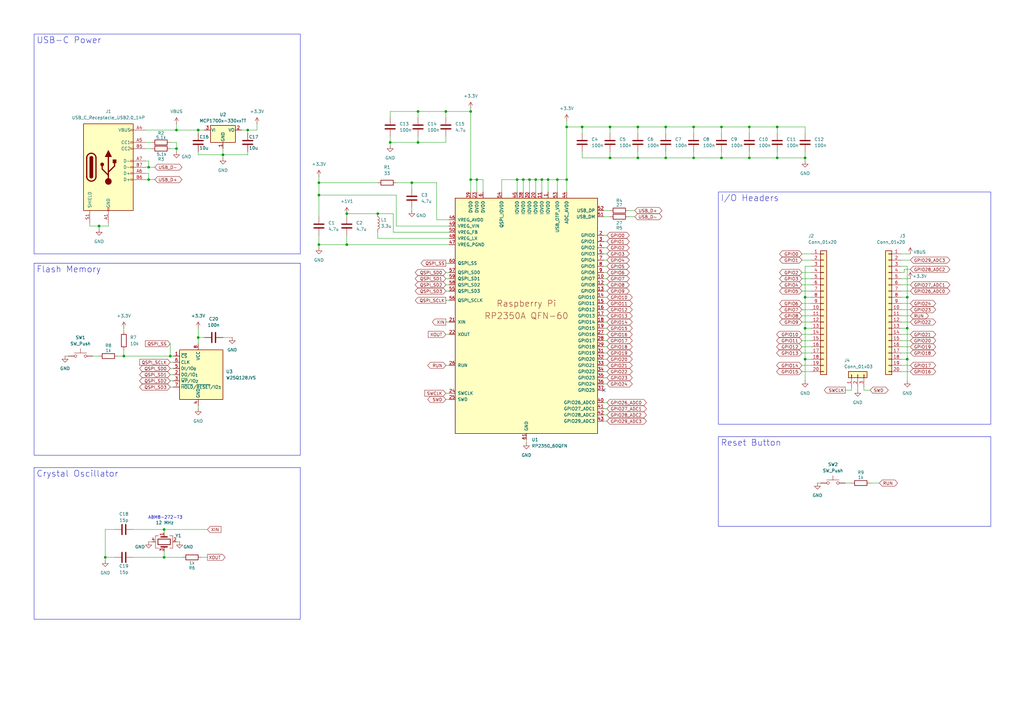
<source format=kicad_sch>
(kicad_sch (version 20250114) (generator "eeschema") (generator_version "9.0")
  (paper "A3")
  (title_block (title "RP2350 Devboard") (date "2025-10-04"))
  (text "ABM8-272-T3" (at 67.818 212.344 0) (effects (font (size 1.27 1.27))))
  (text_box "Flash Memory" (at 13.97 107.95 0) (size 109.22 78.74) (margins 0.9525 0.9525 0.9525 0.9525) (effects (font (size 2.54 2.54)) (justify left top)))
  (text_box "Reset Button" (at 294.64 179.07 0) (size 111.76 36.83) (margins 0.9525 0.9525 0.9525 0.9525) (effects (font (size 2.54 2.54)) (justify left top)))
  (text_box "I/O Headers" (at 294.64 78.74 0) (size 111.76 95.25) (margins 0.9525 0.9525 0.9525 0.9525) (effects (font (size 2.54 2.54)) (justify left top)))
  (text_box "USB-C Power" (at 13.97 13.97 0) (size 109.22 90.17) (margins 0.9525 0.9525 0.9525 0.9525) (effects (font (size 2.54 2.54)) (justify left top)))
  (text_box "Crystal Oscillator" (at 13.97 191.77 0) (size 109.22 62.23) (margins 0.9525 0.9525 0.9525 0.9525) (effects (font (size 2.54 2.54)) (justify left top)))
  (junction (at 72.39 53.34))
  (junction (at 330.2 64.77))
  (junction (at 238.76 52.07))
  (junction (at 372.11 121.92))
  (junction (at 160.02 58.42))
  (junction (at 60.96 68.58))
  (junction (at 284.48 52.07))
  (junction (at 193.04 73.66))
  (junction (at 91.44 63.5))
  (junction (at 142.24 87.63))
  (junction (at 318.77 52.07))
  (junction (at 261.62 64.77))
  (junction (at 232.41 73.66))
  (junction (at 67.31 217.17))
  (junction (at 284.48 64.77))
  (junction (at 171.45 45.72))
  (junction (at 130.81 74.93))
  (junction (at 330.2 121.92))
  (junction (at 372.11 147.32))
  (junction (at 214.63 73.66))
  (junction (at 219.71 73.66))
  (junction (at 232.41 52.07))
  (junction (at 50.8 146.05))
  (junction (at 182.88 45.72))
  (junction (at 330.2 147.32))
  (junction (at 250.19 64.77))
  (junction (at 228.6 73.66))
  (junction (at 130.81 100.33))
  (junction (at 171.45 58.42))
  (junction (at 307.34 64.77))
  (junction (at 307.34 52.07))
  (junction (at 43.18 228.6))
  (junction (at 142.24 100.33))
  (junction (at 72.39 60.96))
  (junction (at 81.28 53.34))
  (junction (at 60.96 73.66))
  (junction (at 67.31 228.6))
  (junction (at 40.64 92.71))
  (junction (at 224.79 73.66))
  (junction (at 295.91 52.07))
  (junction (at 101.6 53.34))
  (junction (at 81.28 138.43))
  (junction (at 261.62 52.07))
  (junction (at 212.09 73.66))
  (junction (at 330.2 134.62))
  (junction (at 130.81 80.01))
  (junction (at 372.11 134.62))
  (junction (at 69.85 146.05))
  (junction (at 250.19 52.07))
  (junction (at 295.91 64.77))
  (junction (at 154.94 87.63))
  (junction (at 273.05 52.07))
  (junction (at 195.58 73.66))
  (junction (at 217.17 73.66))
  (junction (at 222.25 73.66))
  (junction (at 318.77 64.77))
  (junction (at 168.91 74.93))
  (junction (at 273.05 64.77))
  (junction (at 193.04 45.72))
  (no_connect (at 247.65 160.02))
  (wire (pts (xy 318.77 52.07) (xy 330.2 52.07)))
  (wire (pts (xy 184.15 90.17) (xy 179.07 90.17)))
  (wire (pts (xy 261.62 62.23) (xy 261.62 64.77)))
  (wire (pts (xy 238.76 64.77) (xy 238.76 62.23)))
  (wire (pts (xy 354.33 158.75) (xy 354.33 160.02)))
  (wire (pts (xy 81.28 62.23) (xy 81.28 63.5)))
  (wire (pts (xy 46.99 217.17) (xy 43.18 217.17)))
  (wire (pts (xy 373.38 116.84) (xy 369.57 116.84)))
  (wire (pts (xy 142.24 100.33) (xy 130.81 100.33)))
  (wire (pts (xy 346.71 198.12) (xy 349.25 198.12)))
  (wire (pts (xy 212.09 73.66) (xy 212.09 78.74)))
  (wire (pts (xy 250.19 52.07) (xy 250.19 54.61)))
  (wire (pts (xy 161.29 87.63) (xy 161.29 95.25)))
  (wire (pts (xy 91.44 63.5) (xy 91.44 64.77)))
  (wire (pts (xy 250.19 52.07) (xy 261.62 52.07)))
  (wire (pts (xy 101.6 53.34) (xy 101.6 54.61)))
  (wire (pts (xy 228.6 73.66) (xy 232.41 73.66)))
  (wire (pts (xy 193.04 45.72) (xy 182.88 45.72)))
  (wire (pts (xy 36.83 92.71) (xy 40.64 92.71)))
  (wire (pts (xy 130.81 100.33) (xy 130.81 96.52)))
  (wire (pts (xy 261.62 52.07) (xy 273.05 52.07)))
  (wire (pts (xy 248.92 147.32) (xy 247.65 147.32)))
  (wire (pts (xy 232.41 73.66) (xy 232.41 52.07)))
  (wire (pts (xy 142.24 100.33) (xy 184.15 100.33)))
  (wire (pts (xy 43.18 217.17) (xy 43.18 228.6)))
  (wire (pts (xy 330.2 147.32) (xy 330.2 134.62)))
  (wire (pts (xy 161.29 95.25) (xy 184.15 95.25)))
  (wire (pts (xy 38.1 146.05) (xy 40.64 146.05)))
  (wire (pts (xy 168.91 74.93) (xy 168.91 77.47)))
  (wire (pts (xy 328.93 149.86) (xy 332.74 149.86)))
  (wire (pts (xy 59.69 58.42) (xy 62.23 58.42)))
  (wire (pts (xy 349.25 160.02) (xy 346.71 160.02)))
  (wire (pts (xy 101.6 63.5) (xy 101.6 62.23)))
  (wire (pts (xy 370.84 110.49) (xy 373.38 110.49)))
  (wire (pts (xy 171.45 55.88) (xy 171.45 58.42)))
  (wire (pts (xy 130.81 80.01) (xy 130.81 88.9)))
  (wire (pts (xy 318.77 64.77) (xy 307.34 64.77)))
  (wire (pts (xy 373.38 139.7) (xy 369.57 139.7)))
  (wire (pts (xy 60.96 71.12) (xy 60.96 73.66)))
  (wire (pts (xy 99.06 53.34) (xy 101.6 53.34)))
  (wire (pts (xy 219.71 73.66) (xy 219.71 78.74)))
  (wire (pts (xy 69.85 156.21) (xy 71.12 156.21)))
  (wire (pts (xy 328.93 139.7) (xy 332.74 139.7)))
  (wire (pts (xy 273.05 52.07) (xy 284.48 52.07)))
  (wire (pts (xy 295.91 52.07) (xy 295.91 54.61)))
  (wire (pts (xy 171.45 45.72) (xy 182.88 45.72)))
  (wire (pts (xy 193.04 73.66) (xy 193.04 45.72)))
  (wire (pts (xy 130.81 101.6) (xy 130.81 100.33)))
  (wire (pts (xy 182.88 123.19) (xy 184.15 123.19)))
  (wire (pts (xy 328.93 106.68) (xy 332.74 106.68)))
  (wire (pts (xy 372.11 109.22) (xy 369.57 109.22)))
  (wire (pts (xy 130.81 74.93) (xy 154.94 74.93)))
  (wire (pts (xy 81.28 63.5) (xy 91.44 63.5)))
  (wire (pts (xy 81.28 53.34) (xy 83.82 53.34)))
  (wire (pts (xy 50.8 146.05) (xy 50.8 143.51)))
  (wire (pts (xy 373.38 149.86) (xy 369.57 149.86)))
  (wire (pts (xy 330.2 134.62) (xy 330.2 121.92)))
  (wire (pts (xy 247.65 86.36) (xy 250.19 86.36)))
  (wire (pts (xy 81.28 167.64) (xy 81.28 166.37)))
  (wire (pts (xy 214.63 73.66) (xy 217.17 73.66)))
  (wire (pts (xy 248.92 154.94) (xy 247.65 154.94)))
  (wire (pts (xy 373.38 127) (xy 369.57 127)))
  (wire (pts (xy 69.85 148.59) (xy 71.12 148.59)))
  (wire (pts (xy 328.93 129.54) (xy 332.74 129.54)))
  (wire (pts (xy 182.88 161.29) (xy 184.15 161.29)))
  (wire (pts (xy 81.28 138.43) (xy 81.28 140.97)))
  (wire (pts (xy 307.34 64.77) (xy 295.91 64.77)))
  (wire (pts (xy 182.88 132.08) (xy 184.15 132.08)))
  (wire (pts (xy 248.92 111.76) (xy 247.65 111.76)))
  (wire (pts (xy 69.85 151.13) (xy 71.12 151.13)))
  (wire (pts (xy 182.88 107.95) (xy 184.15 107.95)))
  (wire (pts (xy 372.11 147.32) (xy 372.11 134.62)))
  (wire (pts (xy 248.92 96.52) (xy 247.65 96.52)))
  (wire (pts (xy 67.31 218.44) (xy 67.31 217.17)))
  (wire (pts (xy 130.81 72.39) (xy 130.81 74.93)))
  (wire (pts (xy 248.92 167.64) (xy 247.65 167.64)))
  (wire (pts (xy 373.38 142.24) (xy 369.57 142.24)))
  (wire (pts (xy 328.93 132.08) (xy 332.74 132.08)))
  (wire (pts (xy 318.77 52.07) (xy 318.77 54.61)))
  (wire (pts (xy 307.34 62.23) (xy 307.34 64.77)))
  (wire (pts (xy 248.92 119.38) (xy 247.65 119.38)))
  (wire (pts (xy 91.44 138.43) (xy 95.25 138.43)))
  (wire (pts (xy 248.92 142.24) (xy 247.65 142.24)))
  (wire (pts (xy 198.12 73.66) (xy 195.58 73.66)))
  (wire (pts (xy 182.88 163.83) (xy 184.15 163.83)))
  (wire (pts (xy 248.92 152.4) (xy 247.65 152.4)))
  (wire (pts (xy 182.88 116.84) (xy 184.15 116.84)))
  (wire (pts (xy 160.02 48.26) (xy 160.02 45.72)))
  (wire (pts (xy 248.92 101.6) (xy 247.65 101.6)))
  (wire (pts (xy 162.56 92.71) (xy 162.56 80.01)))
  (wire (pts (xy 369.57 124.46) (xy 373.38 124.46)))
  (wire (pts (xy 60.96 68.58) (xy 63.5 68.58)))
  (wire (pts (xy 154.94 95.25) (xy 154.94 97.79)))
  (wire (pts (xy 193.04 73.66) (xy 193.04 78.74)))
  (wire (pts (xy 224.79 73.66) (xy 224.79 78.74)))
  (wire (pts (xy 105.41 53.34) (xy 105.41 50.8)))
  (wire (pts (xy 248.92 104.14) (xy 247.65 104.14)))
  (wire (pts (xy 69.85 146.05) (xy 50.8 146.05)))
  (wire (pts (xy 318.77 62.23) (xy 318.77 64.77)))
  (wire (pts (xy 72.39 222.25) (xy 73.66 222.25)))
  (wire (pts (xy 160.02 58.42) (xy 171.45 58.42)))
  (wire (pts (xy 330.2 121.92) (xy 330.2 109.22)))
  (wire (pts (xy 372.11 121.92) (xy 372.11 109.22)))
  (wire (pts (xy 330.2 52.07) (xy 330.2 54.61)))
  (wire (pts (xy 67.31 228.6) (xy 54.61 228.6)))
  (wire (pts (xy 248.92 114.3) (xy 247.65 114.3)))
  (wire (pts (xy 179.07 74.93) (xy 168.91 74.93)))
  (wire (pts (xy 142.24 87.63) (xy 154.94 87.63)))
  (wire (pts (xy 248.92 165.1) (xy 247.65 165.1)))
  (wire (pts (xy 193.04 44.45) (xy 193.04 45.72)))
  (wire (pts (xy 60.96 73.66) (xy 63.5 73.66)))
  (wire (pts (xy 232.41 73.66) (xy 232.41 78.74)))
  (wire (pts (xy 248.92 127) (xy 247.65 127)))
  (wire (pts (xy 72.39 58.42) (xy 72.39 60.96)))
  (wire (pts (xy 284.48 62.23) (xy 284.48 64.77)))
  (wire (pts (xy 67.31 226.06) (xy 67.31 228.6)))
  (wire (pts (xy 217.17 73.66) (xy 217.17 78.74)))
  (wire (pts (xy 69.85 58.42) (xy 72.39 58.42)))
  (wire (pts (xy 182.88 114.3) (xy 184.15 114.3)))
  (wire (pts (xy 284.48 64.77) (xy 273.05 64.77)))
  (wire (pts (xy 228.6 73.66) (xy 228.6 78.74)))
  (wire (pts (xy 369.57 106.68) (xy 373.38 106.68)))
  (wire (pts (xy 328.93 144.78) (xy 332.74 144.78)))
  (wire (pts (xy 160.02 55.88) (xy 160.02 58.42)))
  (wire (pts (xy 328.93 142.24) (xy 332.74 142.24)))
  (wire (pts (xy 101.6 53.34) (xy 105.41 53.34)))
  (wire (pts (xy 373.38 152.4) (xy 369.57 152.4)))
  (wire (pts (xy 69.85 60.96) (xy 72.39 60.96)))
  (wire (pts (xy 40.64 92.71) (xy 44.45 92.71)))
  (wire (pts (xy 179.07 90.17) (xy 179.07 74.93)))
  (wire (pts (xy 50.8 134.62) (xy 50.8 135.89)))
  (wire (pts (xy 182.88 149.86) (xy 184.15 149.86)))
  (wire (pts (xy 330.2 121.92) (xy 332.74 121.92)))
  (wire (pts (xy 82.55 228.6) (xy 85.09 228.6)))
  (wire (pts (xy 369.57 147.32) (xy 372.11 147.32)))
  (wire (pts (xy 224.79 73.66) (xy 228.6 73.66)))
  (wire (pts (xy 60.96 73.66) (xy 59.69 73.66)))
  (wire (pts (xy 373.38 119.38) (xy 369.57 119.38)))
  (wire (pts (xy 171.45 45.72) (xy 171.45 48.26)))
  (wire (pts (xy 273.05 62.23) (xy 273.05 64.77)))
  (wire (pts (xy 295.91 52.07) (xy 307.34 52.07)))
  (wire (pts (xy 182.88 111.76) (xy 184.15 111.76)))
  (wire (pts (xy 195.58 73.66) (xy 195.58 78.74)))
  (wire (pts (xy 36.83 91.44) (xy 36.83 92.71)))
  (wire (pts (xy 195.58 73.66) (xy 193.04 73.66)))
  (wire (pts (xy 284.48 52.07) (xy 284.48 54.61)))
  (wire (pts (xy 372.11 121.92) (xy 369.57 121.92)))
  (wire (pts (xy 59.69 71.12) (xy 60.96 71.12)))
  (wire (pts (xy 91.44 63.5) (xy 101.6 63.5)))
  (wire (pts (xy 261.62 64.77) (xy 250.19 64.77)))
  (wire (pts (xy 40.64 92.71) (xy 40.64 93.98)))
  (wire (pts (xy 171.45 58.42) (xy 182.88 58.42)))
  (wire (pts (xy 142.24 100.33) (xy 142.24 96.52)))
  (wire (pts (xy 328.93 111.76) (xy 332.74 111.76)))
  (wire (pts (xy 217.17 73.66) (xy 219.71 73.66)))
  (wire (pts (xy 26.67 146.05) (xy 27.94 146.05)))
  (wire (pts (xy 160.02 59.69) (xy 160.02 58.42)))
  (wire (pts (xy 222.25 73.66) (xy 224.79 73.66)))
  (wire (pts (xy 60.96 66.04) (xy 60.96 68.58)))
  (wire (pts (xy 54.61 217.17) (xy 67.31 217.17)))
  (wire (pts (xy 248.92 99.06) (xy 247.65 99.06)))
  (wire (pts (xy 369.57 104.14) (xy 373.38 104.14)))
  (wire (pts (xy 162.56 80.01) (xy 130.81 80.01)))
  (wire (pts (xy 295.91 64.77) (xy 284.48 64.77)))
  (wire (pts (xy 354.33 160.02) (xy 356.87 160.02)))
  (wire (pts (xy 257.81 88.9) (xy 260.35 88.9)))
  (wire (pts (xy 284.48 52.07) (xy 295.91 52.07)))
  (wire (pts (xy 328.93 104.14) (xy 332.74 104.14)))
  (wire (pts (xy 373.38 132.08) (xy 369.57 132.08)))
  (wire (pts (xy 356.87 198.12) (xy 360.68 198.12)))
  (wire (pts (xy 257.81 86.36) (xy 260.35 86.36)))
  (wire (pts (xy 328.93 137.16) (xy 332.74 137.16)))
  (wire (pts (xy 330.2 134.62) (xy 332.74 134.62)))
  (wire (pts (xy 248.92 139.7) (xy 247.65 139.7)))
  (wire (pts (xy 238.76 52.07) (xy 250.19 52.07)))
  (wire (pts (xy 328.93 124.46) (xy 332.74 124.46)))
  (wire (pts (xy 162.56 92.71) (xy 184.15 92.71)))
  (wire (pts (xy 59.69 66.04) (xy 60.96 66.04)))
  (wire (pts (xy 248.92 137.16) (xy 247.65 137.16)))
  (wire (pts (xy 205.74 73.66) (xy 212.09 73.66)))
  (wire (pts (xy 142.24 88.9) (xy 142.24 87.63)))
  (wire (pts (xy 72.39 53.34) (xy 81.28 53.34)))
  (wire (pts (xy 335.28 198.12) (xy 336.55 198.12)))
  (wire (pts (xy 248.92 124.46) (xy 247.65 124.46)))
  (wire (pts (xy 168.91 74.93) (xy 162.56 74.93)))
  (wire (pts (xy 369.57 134.62) (xy 372.11 134.62)))
  (wire (pts (xy 154.94 97.79) (xy 184.15 97.79)))
  (wire (pts (xy 330.2 64.77) (xy 318.77 64.77)))
  (wire (pts (xy 248.92 134.62) (xy 247.65 134.62)))
  (wire (pts (xy 59.69 53.34) (xy 72.39 53.34)))
  (wire (pts (xy 69.85 153.67) (xy 71.12 153.67)))
  (wire (pts (xy 328.93 114.3) (xy 332.74 114.3)))
  (wire (pts (xy 370.84 111.76) (xy 370.84 110.49)))
  (wire (pts (xy 72.39 60.96) (xy 72.39 62.23)))
  (wire (pts (xy 215.9 181.61) (xy 215.9 180.34)))
  (wire (pts (xy 182.88 58.42) (xy 182.88 55.88)))
  (wire (pts (xy 248.92 132.08) (xy 247.65 132.08)))
  (wire (pts (xy 182.88 45.72) (xy 182.88 48.26)))
  (wire (pts (xy 81.28 138.43) (xy 83.82 138.43)))
  (wire (pts (xy 91.44 60.96) (xy 91.44 63.5)))
  (wire (pts (xy 69.85 158.75) (xy 71.12 158.75)))
  (wire (pts (xy 273.05 64.77) (xy 261.62 64.77)))
  (wire (pts (xy 330.2 156.21) (xy 330.2 147.32)))
  (wire (pts (xy 248.92 149.86) (xy 247.65 149.86)))
  (wire (pts (xy 330.2 109.22) (xy 332.74 109.22)))
  (wire (pts (xy 60.96 222.25) (xy 62.23 222.25)))
  (wire (pts (xy 72.39 50.8) (xy 72.39 53.34)))
  (wire (pts (xy 43.18 228.6) (xy 43.18 229.87)))
  (wire (pts (xy 248.92 106.68) (xy 247.65 106.68)))
  (wire (pts (xy 250.19 64.77) (xy 238.76 64.77)))
  (wire (pts (xy 373.38 144.78) (xy 369.57 144.78)))
  (wire (pts (xy 373.38 129.54) (xy 369.57 129.54)))
  (wire (pts (xy 222.25 73.66) (xy 222.25 78.74)))
  (wire (pts (xy 248.92 170.18) (xy 247.65 170.18)))
  (wire (pts (xy 248.92 121.92) (xy 247.65 121.92)))
  (wire (pts (xy 295.91 62.23) (xy 295.91 64.77)))
  (wire (pts (xy 81.28 134.62) (xy 81.28 138.43)))
  (wire (pts (xy 261.62 52.07) (xy 261.62 54.61)))
  (wire (pts (xy 67.31 228.6) (xy 74.93 228.6)))
  (wire (pts (xy 248.92 129.54) (xy 247.65 129.54)))
  (wire (pts (xy 372.11 156.21) (xy 372.11 147.32)))
  (wire (pts (xy 219.71 73.66) (xy 222.25 73.66)))
  (wire (pts (xy 160.02 45.72) (xy 171.45 45.72)))
  (wire (pts (xy 373.38 137.16) (xy 369.57 137.16)))
  (wire (pts (xy 351.79 158.75) (xy 351.79 160.02)))
  (wire (pts (xy 330.2 147.32) (xy 332.74 147.32)))
  (wire (pts (xy 273.05 52.07) (xy 273.05 54.61)))
  (wire (pts (xy 232.41 49.53) (xy 232.41 52.07)))
  (wire (pts (xy 369.57 114.3) (xy 373.38 114.3)))
  (wire (pts (xy 168.91 85.09) (xy 168.91 86.36)))
  (wire (pts (xy 328.93 116.84) (xy 332.74 116.84)))
  (wire (pts (xy 307.34 52.07) (xy 307.34 54.61)))
  (wire (pts (xy 182.88 119.38) (xy 184.15 119.38)))
  (wire (pts (xy 44.45 92.71) (xy 44.45 91.44)))
  (wire (pts (xy 330.2 66.04) (xy 330.2 64.77)))
  (wire (pts (xy 69.85 146.05) (xy 69.85 140.97)))
  (wire (pts (xy 248.92 172.72) (xy 247.65 172.72)))
  (wire (pts (xy 48.26 146.05) (xy 50.8 146.05)))
  (wire (pts (xy 247.65 88.9) (xy 250.19 88.9)))
  (wire (pts (xy 372.11 121.92) (xy 372.11 134.62)))
  (wire (pts (xy 198.12 78.74) (xy 198.12 73.66)))
  (wire (pts (xy 60.96 68.58) (xy 59.69 68.58)))
  (wire (pts (xy 214.63 73.66) (xy 214.63 78.74)))
  (wire (pts (xy 369.57 111.76) (xy 370.84 111.76)))
  (wire (pts (xy 248.92 157.48) (xy 247.65 157.48)))
  (wire (pts (xy 46.99 228.6) (xy 43.18 228.6)))
  (wire (pts (xy 59.69 60.96) (xy 62.23 60.96)))
  (wire (pts (xy 238.76 54.61) (xy 238.76 52.07)))
  (wire (pts (xy 328.93 152.4) (xy 332.74 152.4)))
  (wire (pts (xy 250.19 62.23) (xy 250.19 64.77)))
  (wire (pts (xy 248.92 116.84) (xy 247.65 116.84)))
  (wire (pts (xy 248.92 144.78) (xy 247.65 144.78)))
  (wire (pts (xy 232.41 52.07) (xy 238.76 52.07)))
  (wire (pts (xy 69.85 146.05) (xy 71.12 146.05)))
  (wire (pts (xy 328.93 127) (xy 332.74 127)))
  (wire (pts (xy 330.2 62.23) (xy 330.2 64.77)))
  (wire (pts (xy 205.74 78.74) (xy 205.74 73.66)))
  (wire (pts (xy 67.31 217.17) (xy 85.09 217.17)))
  (wire (pts (xy 248.92 109.22) (xy 247.65 109.22)))
  (wire (pts (xy 182.88 137.16) (xy 184.15 137.16)))
  (wire (pts (xy 212.09 73.66) (xy 214.63 73.66)))
  (wire (pts (xy 130.81 74.93) (xy 130.81 80.01)))
  (wire (pts (xy 81.28 54.61) (xy 81.28 53.34)))
  (wire (pts (xy 349.25 158.75) (xy 349.25 160.02)))
  (wire (pts (xy 328.93 119.38) (xy 332.74 119.38)))
  (wire (pts (xy 154.94 87.63) (xy 161.29 87.63)))
  (wire (pts (xy 307.34 52.07) (xy 318.77 52.07)))
  (global_label "GPIO1" (shape bidirectional) (at 328.93 106.68 180) (property "Intersheetrefs" "${INTERSHEET_REFS}" (effects (hide yes))))
  (global_label "QSPI_SS" (shape input) (at 69.85 140.97 180) (property "Intersheetrefs" "${INTERSHEET_REFS}" (effects (hide yes))))
  (global_label "XIN" (shape input) (at 85.09 217.17 0) (property "Intersheetrefs" "${INTERSHEET_REFS}" (effects (hide yes))))
  (global_label "GPIO8" (shape bidirectional) (at 328.93 129.54 180) (property "Intersheetrefs" "${INTERSHEET_REFS}" (effects (hide yes))))
  (global_label "GPIO5" (shape bidirectional) (at 248.92 109.22 0) (property "Intersheetrefs" "${INTERSHEET_REFS}" (effects (hide yes))))
  (global_label "GPIO6" (shape bidirectional) (at 248.92 111.76 0) (property "Intersheetrefs" "${INTERSHEET_REFS}" (effects (hide yes))))
  (global_label "GPIO7" (shape bidirectional) (at 248.92 114.3 0) (property "Intersheetrefs" "${INTERSHEET_REFS}" (effects (hide yes))))
  (global_label "GPIO11" (shape bidirectional) (at 248.92 124.46 0) (property "Intersheetrefs" "${INTERSHEET_REFS}" (effects (hide yes))))
  (global_label "GPIO13" (shape bidirectional) (at 248.92 129.54 0) (property "Intersheetrefs" "${INTERSHEET_REFS}" (effects (hide yes))))
  (global_label "GPIO12" (shape bidirectional) (at 248.92 127 0) (property "Intersheetrefs" "${INTERSHEET_REFS}" (effects (hide yes))))
  (global_label "GPIO3" (shape bidirectional) (at 248.92 104.14 0) (property "Intersheetrefs" "${INTERSHEET_REFS}" (effects (hide yes))))
  (global_label "GPIO4" (shape bidirectional) (at 248.92 106.68 0) (property "Intersheetrefs" "${INTERSHEET_REFS}" (effects (hide yes))))
  (global_label "GPIO8" (shape bidirectional) (at 248.92 116.84 0) (property "Intersheetrefs" "${INTERSHEET_REFS}" (effects (hide yes))))
  (global_label "GPIO9" (shape bidirectional) (at 248.92 119.38 0) (property "Intersheetrefs" "${INTERSHEET_REFS}" (effects (hide yes))))
  (global_label "GPIO10" (shape bidirectional) (at 248.92 121.92 0) (property "Intersheetrefs" "${INTERSHEET_REFS}" (effects (hide yes))))
  (global_label "GPIO14" (shape bidirectional) (at 248.92 132.08 0) (property "Intersheetrefs" "${INTERSHEET_REFS}" (effects (hide yes))))
  (global_label "GPIO15" (shape bidirectional) (at 248.92 134.62 0) (property "Intersheetrefs" "${INTERSHEET_REFS}" (effects (hide yes))))
  (global_label "GPIO0" (shape bidirectional) (at 248.92 96.52 0) (property "Intersheetrefs" "${INTERSHEET_REFS}" (effects (hide yes))))
  (global_label "GPIO23" (shape bidirectional) (at 248.92 154.94 0) (property "Intersheetrefs" "${INTERSHEET_REFS}" (effects (hide yes))))
  (global_label "GPIO24" (shape bidirectional) (at 248.92 157.48 0) (property "Intersheetrefs" "${INTERSHEET_REFS}" (effects (hide yes))))
  (global_label "GPIO1" (shape bidirectional) (at 248.92 99.06 0) (property "Intersheetrefs" "${INTERSHEET_REFS}" (effects (hide yes))))
  (global_label "GPIO16" (shape bidirectional) (at 248.92 137.16 0) (property "Intersheetrefs" "${INTERSHEET_REFS}" (effects (hide yes))))
  (global_label "GPIO2" (shape bidirectional) (at 248.92 101.6 0) (property "Intersheetrefs" "${INTERSHEET_REFS}" (effects (hide yes))))
  (global_label "GPIO17" (shape bidirectional) (at 248.92 139.7 0) (property "Intersheetrefs" "${INTERSHEET_REFS}" (effects (hide yes))))
  (global_label "GPIO21" (shape bidirectional) (at 248.92 149.86 0) (property "Intersheetrefs" "${INTERSHEET_REFS}" (effects (hide yes))))
  (global_label "GPIO19" (shape bidirectional) (at 248.92 144.78 0) (property "Intersheetrefs" "${INTERSHEET_REFS}" (effects (hide yes))))
  (global_label "GPIO22" (shape bidirectional) (at 248.92 152.4 0) (property "Intersheetrefs" "${INTERSHEET_REFS}" (effects (hide yes))))
  (global_label "GPIO20" (shape bidirectional) (at 248.92 147.32 0) (property "Intersheetrefs" "${INTERSHEET_REFS}" (effects (hide yes))))
  (global_label "GPIO18" (shape bidirectional) (at 248.92 142.24 0) (property "Intersheetrefs" "${INTERSHEET_REFS}" (effects (hide yes))))
  (global_label "GPIO26_ADC0" (shape bidirectional) (at 373.38 119.38 0) (property "Intersheetrefs" "${INTERSHEET_REFS}" (effects (hide yes))))
  (global_label "GPIO24" (shape bidirectional) (at 373.38 124.46 0) (property "Intersheetrefs" "${INTERSHEET_REFS}" (effects (hide yes))))
  (global_label "XIN" (shape output) (at 182.88 132.08 180) (property "Intersheetrefs" "${INTERSHEET_REFS}" (effects (hide yes))))
  (global_label "GPIO23" (shape bidirectional) (at 373.38 127 0) (property "Intersheetrefs" "${INTERSHEET_REFS}" (effects (hide yes))))
  (global_label "GPIO21" (shape bidirectional) (at 373.38 137.16 0) (property "Intersheetrefs" "${INTERSHEET_REFS}" (effects (hide yes))))
  (global_label "GPIO27_ADC1" (shape bidirectional) (at 373.38 116.84 0) (property "Intersheetrefs" "${INTERSHEET_REFS}" (effects (hide yes))))
  (global_label "QSPI_SCLK" (shape output) (at 182.88 123.19 180) (property "Intersheetrefs" "${INTERSHEET_REFS}" (effects (hide yes))))
  (global_label "QSPI_SS" (shape output) (at 182.88 107.95 180) (property "Intersheetrefs" "${INTERSHEET_REFS}" (effects (hide yes))))
  (global_label "GPIO4" (shape bidirectional) (at 328.93 116.84 180) (property "Intersheetrefs" "${INTERSHEET_REFS}" (effects (hide yes))))
  (global_label "GPIO14" (shape bidirectional) (at 328.93 149.86 180) (property "Intersheetrefs" "${INTERSHEET_REFS}" (effects (hide yes))))
  (global_label "GPIO13" (shape bidirectional) (at 328.93 144.78 180) (property "Intersheetrefs" "${INTERSHEET_REFS}" (effects (hide yes))))
  (global_label "GPIO10" (shape bidirectional) (at 328.93 137.16 180) (property "Intersheetrefs" "${INTERSHEET_REFS}" (effects (hide yes))))
  (global_label "GPIO22" (shape bidirectional) (at 373.38 132.08 0) (property "Intersheetrefs" "${INTERSHEET_REFS}" (effects (hide yes))))
  (global_label "QSPI_SD2" (shape bidirectional) (at 69.85 156.21 180) (property "Intersheetrefs" "${INTERSHEET_REFS}" (effects (hide yes))))
  (global_label "RUN" (shape bidirectional) (at 360.68 198.12 0) (property "Intersheetrefs" "${INTERSHEET_REFS}" (effects (hide yes))))
  (global_label "GPIO20" (shape bidirectional) (at 373.38 139.7 0) (property "Intersheetrefs" "${INTERSHEET_REFS}" (effects (hide yes))))
  (global_label "QSPI_SD3" (shape bidirectional) (at 182.88 119.38 180) (property "Intersheetrefs" "${INTERSHEET_REFS}" (effects (hide yes))))
  (global_label "QSPI_SD2" (shape bidirectional) (at 182.88 116.84 180) (property "Intersheetrefs" "${INTERSHEET_REFS}" (effects (hide yes))))
  (global_label "QSPI_SD1" (shape bidirectional) (at 182.88 114.3 180) (property "Intersheetrefs" "${INTERSHEET_REFS}" (effects (hide yes))))
  (global_label "QSPI_SD0" (shape bidirectional) (at 182.88 111.76 180) (property "Intersheetrefs" "${INTERSHEET_REFS}" (effects (hide yes))))
  (global_label "GPIO18" (shape bidirectional) (at 373.38 144.78 0) (property "Intersheetrefs" "${INTERSHEET_REFS}" (effects (hide yes))))
  (global_label "USB_D-" (shape bidirectional) (at 63.5 68.58 0) (property "Intersheetrefs" "${INTERSHEET_REFS}" (effects (hide yes))))
  (global_label "USB_D+" (shape bidirectional) (at 63.5 73.66 0) (property "Intersheetrefs" "${INTERSHEET_REFS}" (effects (hide yes))))
  (global_label "GPIO26_ADC0" (shape bidirectional) (at 248.92 165.1 0) (property "Intersheetrefs" "${INTERSHEET_REFS}" (effects (hide yes))))
  (global_label "GPIO29_ADC3" (shape bidirectional) (at 248.92 172.72 0) (property "Intersheetrefs" "${INTERSHEET_REFS}" (effects (hide yes))))
  (global_label "GPIO28_ADC2" (shape bidirectional) (at 248.92 170.18 0) (property "Intersheetrefs" "${INTERSHEET_REFS}" (effects (hide yes))))
  (global_label "GPIO27_ADC1" (shape bidirectional) (at 248.92 167.64 0) (property "Intersheetrefs" "${INTERSHEET_REFS}" (effects (hide yes))))
  (global_label "RUN" (shape bidirectional) (at 373.38 129.54 0) (property "Intersheetrefs" "${INTERSHEET_REFS}" (effects (hide yes))))
  (global_label "SWD" (shape bidirectional) (at 356.87 160.02 0) (property "Intersheetrefs" "${INTERSHEET_REFS}" (effects (hide yes))))
  (global_label "SWCLK" (shape output) (at 346.71 160.02 180) (property "Intersheetrefs" "${INTERSHEET_REFS}" (effects (hide yes))))
  (global_label "QSPI_SD1" (shape bidirectional) (at 69.85 153.67 180) (property "Intersheetrefs" "${INTERSHEET_REFS}" (effects (hide yes))))
  (global_label "GPIO3" (shape bidirectional) (at 328.93 114.3 180) (property "Intersheetrefs" "${INTERSHEET_REFS}" (effects (hide yes))))
  (global_label "RUN" (shape bidirectional) (at 182.88 149.86 180) (property "Intersheetrefs" "${INTERSHEET_REFS}" (effects (hide yes))))
  (global_label "XOUT" (shape output) (at 85.09 228.6 0) (property "Intersheetrefs" "${INTERSHEET_REFS}" (effects (hide yes))))
  (global_label "GPIO7" (shape bidirectional) (at 328.93 127 180) (property "Intersheetrefs" "${INTERSHEET_REFS}" (effects (hide yes))))
  (global_label "QSPI_SD0" (shape bidirectional) (at 69.85 151.13 180) (property "Intersheetrefs" "${INTERSHEET_REFS}" (effects (hide yes))))
  (global_label "GPIO17" (shape bidirectional) (at 373.38 149.86 0) (property "Intersheetrefs" "${INTERSHEET_REFS}" (effects (hide yes))))
  (global_label "GPIO28_ADC2" (shape bidirectional) (at 373.38 110.49 0) (property "Intersheetrefs" "${INTERSHEET_REFS}" (effects (hide yes))))
  (global_label "GPIO6" (shape bidirectional) (at 328.93 124.46 180) (property "Intersheetrefs" "${INTERSHEET_REFS}" (effects (hide yes))))
  (global_label "USB_D-" (shape bidirectional) (at 260.35 88.9 0) (property "Intersheetrefs" "${INTERSHEET_REFS}" (effects (hide yes))))
  (global_label "QSPI_SCLK" (shape input) (at 69.85 148.59 180) (property "Intersheetrefs" "${INTERSHEET_REFS}" (effects (hide yes))))
  (global_label "GPIO0" (shape bidirectional) (at 328.93 104.14 180) (property "Intersheetrefs" "${INTERSHEET_REFS}" (effects (hide yes))))
  (global_label "GPIO12" (shape bidirectional) (at 328.93 142.24 180) (property "Intersheetrefs" "${INTERSHEET_REFS}" (effects (hide yes))))
  (global_label "GPIO15" (shape bidirectional) (at 328.93 152.4 180) (property "Intersheetrefs" "${INTERSHEET_REFS}" (effects (hide yes))))
  (global_label "GPIO16" (shape bidirectional) (at 373.38 152.4 0) (property "Intersheetrefs" "${INTERSHEET_REFS}" (effects (hide yes))))
  (global_label "GPIO2" (shape bidirectional) (at 328.93 111.76 180) (property "Intersheetrefs" "${INTERSHEET_REFS}" (effects (hide yes))))
  (global_label "XOUT" (shape input) (at 182.88 137.16 180) (property "Intersheetrefs" "${INTERSHEET_REFS}" (effects (hide yes))))
  (global_label "QSPI_SD3" (shape bidirectional) (at 69.85 158.75 180) (property "Intersheetrefs" "${INTERSHEET_REFS}" (effects (hide yes))))
  (global_label "USB_D+" (shape bidirectional) (at 260.35 86.36 0) (property "Intersheetrefs" "${INTERSHEET_REFS}" (effects (hide yes))))
  (global_label "GPIO9" (shape bidirectional) (at 328.93 132.08 180) (property "Intersheetrefs" "${INTERSHEET_REFS}" (effects (hide yes))))
  (global_label "GPIO5" (shape bidirectional) (at 328.93 119.38 180) (property "Intersheetrefs" "${INTERSHEET_REFS}" (effects (hide yes))))
  (global_label "GPIO29_ADC3" (shape bidirectional) (at 373.38 106.68 0) (property "Intersheetrefs" "${INTERSHEET_REFS}" (effects (hide yes))))
  (global_label "SWCLK" (shape input) (at 182.88 161.29 180) (property "Intersheetrefs" "${INTERSHEET_REFS}" (effects (hide yes))))
  (global_label "SWD" (shape bidirectional) (at 182.88 163.83 180) (property "Intersheetrefs" "${INTERSHEET_REFS}" (effects (hide yes))))
  (global_label "GPIO11" (shape bidirectional) (at 328.93 139.7 180) (property "Intersheetrefs" "${INTERSHEET_REFS}" (effects (hide yes))))
  (global_label "GPIO19" (shape bidirectional) (at 373.38 142.24 0) (property "Intersheetrefs" "${INTERSHEET_REFS}" (effects (hide yes))))
  (symbol (lib_id "Device:R") (at 66.04 58.42 90) (unit 1)
    (property "Reference" "R2" (at 66.04 54.61 90))
    (property "Value" "5.1k" (at 66.04 56.388 90))
    (property "Footprint" "Resistor_SMD:R_0402_1005Metric" (effects (hide yes)))
    (property "Description" "Resistor" (effects (hide yes)))
  )
  (symbol (lib_id "Device:R") (at 158.75 74.93 90) (unit 1)
    (property "Reference" "R1" (at 158.75 68.58 90))
    (property "Value" "33" (at 158.75 71.12 90))
    (property "Footprint" "Resistor_SMD:R_0402_1005Metric" (effects (hide yes)))
    (property "Description" "Resistor" (effects (hide yes)))
  )
  (symbol (lib_id "Connector_Generic:Conn_01x20") (at 337.82 127 0) (unit 1)
    (property "Reference" "J2" (at 331.47 96.774 0) (effects (justify left)))
    (property "Value" "Conn_01x20" (at 331.47 99.314 0) (effects (justify left)))
    (property "Footprint" "Connector_PinHeader_2.54mm:PinHeader_1x20_P2.54mm_Vertical" (effects (hide yes)))
    (property "Description" "Generic connector, single row, 01x20, script generated (kicad-library-utils/schlib/autogen/connector/)" (effects (hide yes)))
  )
  (symbol (lib_id "Regulator_Linear:MCP1700x-330xxTT") (at 91.44 53.34 0) (unit 1)
    (property "Reference" "U2" (at 91.44 46.99 0))
    (property "Value" "MCP1700x-330xxTT" (at 91.44 49.53 0))
    (property "Footprint" "Package_TO_SOT_SMD:SOT-23" (effects (hide yes)))
    (property "Datasheet" "http://ww1.microchip.com/downloads/en/DeviceDoc/20001826D.pdf" (effects (hide yes)))
    (property "Description" "250mA Low Quiscent Current LDO, 3.3V output, SOT-23" (effects (hide yes)))
  )
  (symbol (lib_id "Device:C") (at 87.63 138.43 90) (unit 1)
    (property "Reference" "C20" (at 87.63 130.81 90))
    (property "Value" "100n" (at 87.63 133.35 90))
    (property "Footprint" "Capacitor_SMD:C_0402_1005Metric" (effects (hide yes)))
    (property "Description" "Unpolarized capacitor" (effects (hide yes)))
  )
  (symbol (lib_id "Device:R") (at 50.8 139.7 0) (unit 1)
    (property "Reference" "R7" (at 53.34 138.4299 0) (effects (justify left)))
    (property "Value" "10k" (at 53.34 140.9699 0) (effects (justify left)))
    (property "Footprint" "Resistor_SMD:R_0402_1005Metric" (effects (hide yes)))
    (property "Description" "Resistor" (effects (hide yes)))
  )
  (symbol (lib_id "power:GND") (at 73.66 222.25 0) (unit 1)
    (property "Reference" "#PWR016" (effects (hide yes)))
    (property "Value" "GND" (at 77.216 224.282 0))
    (property "Description" "Power symbol creates a global label with name \"GND\" , ground" (effects (hide yes)))
  )
  (symbol (lib_id "power:GND") (at 330.2 66.04 0) (unit 1)
    (property "Reference" "#PWR05" (effects (hide yes)))
    (property "Value" "GND" (at 330.2 71.12 0))
    (property "Description" "Power symbol creates a global label with name \"GND\" , ground" (effects (hide yes)))
  )
  (symbol (lib_id "power:+3.3V") (at 373.38 114.3 0) (unit 1)
    (property "Reference" "#PWR026" (effects (hide yes)))
    (property "Value" "+3.3V" (at 377.19 113.284 0))
    (property "Description" "Power symbol creates a global label with name \"+3.3V\"" (effects (hide yes)))
  )
  (symbol (lib_id "Connector:USB_C_Receptacle_USB2.0_14P") (at 44.45 68.58 0) (unit 1)
    (property "Reference" "J1" (at 44.45 45.72 0))
    (property "Value" "USB_C_Receptacle_USB2.0_14P" (at 44.45 48.26 0))
    (property "Footprint" "Connector_USB:USB_C_Receptacle_HRO_TYPE-C-31-M-12" (effects (hide yes)))
    (property "Datasheet" "https://www.usb.org/sites/default/files/documents/usb_type-c.zip" (effects (hide yes)))
    (property "Description" "USB 2.0-only 14P Type-C Receptacle connector" (effects (hide yes)))
  )
  (symbol (lib_id "power:GND") (at 43.18 229.87 0) (unit 1)
    (property "Reference" "#PWR017" (effects (hide yes)))
    (property "Value" "GND" (at 43.18 234.95 0))
    (property "Description" "Power symbol creates a global label with name \"GND\" , ground" (effects (hide yes)))
  )
  (symbol (lib_id "power:+3.3V") (at 50.8 134.62 0) (unit 1)
    (property "Reference" "#PWR021" (effects (hide yes)))
    (property "Value" "+3.3V" (at 50.8 129.54 0))
    (property "Description" "Power symbol creates a global label with name \"+3.3V\"" (effects (hide yes)))
  )
  (symbol (lib_id "Device:C") (at 261.62 58.42 0) (unit 1)
    (property "Reference" "C6" (at 265.43 57.1499 0) (effects (justify left)))
    (property "Value" "100n" (at 265.43 59.6899 0) (effects (justify left)))
    (property "Footprint" "Capacitor_SMD:C_0402_1005Metric" (effects (hide yes)))
    (property "Description" "Unpolarized capacitor" (effects (hide yes)))
  )
  (symbol (lib_id "Switch:SW_Push") (at 341.63 198.12 0) (unit 1)
    (property "Reference" "SW2" (at 341.63 190.5 0))
    (property "Value" "SW_Push" (at 341.63 193.04 0))
    (property "Footprint" "Button_Switch_SMD:SW_Push_SPST_NO_Alps_SKRK" (effects (hide yes)))
    (property "Description" "Push button switch, generic, two pins" (effects (hide yes)))
  )
  (symbol (lib_id "power:VBUS") (at 373.38 104.14 0) (unit 1)
    (property "Reference" "#PWR025" (effects (hide yes)))
    (property "Value" "VBUS" (at 377.19 103.378 0))
    (property "Description" "Power symbol creates a global label with name \"VBUS\"" (effects (hide yes)))
  )
  (symbol (lib_id "Device:C") (at 238.76 58.42 0) (unit 1)
    (property "Reference" "C4" (at 242.57 57.1499 0) (effects (justify left)))
    (property "Value" "100n" (at 242.57 59.6899 0) (effects (justify left)))
    (property "Footprint" "Capacitor_SMD:C_0402_1005Metric" (effects (hide yes)))
    (property "Description" "Unpolarized capacitor" (effects (hide yes)))
  )
  (symbol (lib_id "Device:R") (at 254 86.36 90) (unit 1)
    (property "Reference" "R4" (at 254 82.296 90))
    (property "Value" "27" (at 254 84.074 90))
    (property "Footprint" "Resistor_SMD:R_0402_1005Metric" (effects (hide yes)))
    (property "Description" "Resistor" (effects (hide yes)))
  )
  (symbol (lib_id "Device:L") (at 154.94 91.44 0) (unit 1)
    (property "Reference" "L1" (at 156.21 90.1699 0) (effects (justify left)))
    (property "Value" "3.3u" (at 156.21 92.7099 0) (effects (justify left)))
    (property "Footprint" "RP2350_60QFN_minimal:L_pol_2016" (effects (hide yes)))
    (property "Description" "Inductor" (effects (hide yes)))
  )
  (symbol (lib_id "Connector_Generic:Conn_01x03") (at 351.79 153.67 90) (unit 1)
    (property "Reference" "J4" (at 346.202 147.828 90) (effects (justify right)))
    (property "Value" "Conn_01x03" (at 346.202 150.368 90) (effects (justify right)))
    (property "Footprint" "Connector_PinHeader_2.54mm:PinHeader_1x03_P2.54mm_Vertical" (effects (hide yes)))
    (property "Description" "Generic connector, single row, 01x03, script generated (kicad-library-utils/schlib/autogen/connector/)" (effects (hide yes)))
  )
  (symbol (lib_id "Device:C") (at 81.28 58.42 0) (unit 1)
    (property "Reference" "C16" (at 81.788 56.134 0) (effects (justify left)))
    (property "Value" "10u" (at 81.788 60.706 0) (effects (justify left)))
    (property "Footprint" "Capacitor_SMD:C_0603_1608Metric" (effects (hide yes)))
    (property "Description" "Unpolarized capacitor" (effects (hide yes)))
  )
  (symbol (lib_id "Device:C") (at 307.34 58.42 0) (unit 1)
    (property "Reference" "C10" (at 311.15 57.1499 0) (effects (justify left)))
    (property "Value" "100n" (at 311.15 59.6899 0) (effects (justify left)))
    (property "Footprint" "Capacitor_SMD:C_0402_1005Metric" (effects (hide yes)))
    (property "Description" "Unpolarized capacitor" (effects (hide yes)))
  )
  (symbol (lib_id "power:GND") (at 26.67 146.05 0) (unit 1)
    (property "Reference" "#PWR022" (effects (hide yes)))
    (property "Value" "GND" (at 26.67 151.13 0))
    (property "Description" "Power symbol creates a global label with name \"GND\" , ground" (effects (hide yes)))
  )
  (symbol (lib_id "power:GND") (at 60.96 222.25 0) (unit 1)
    (property "Reference" "#PWR015" (effects (hide yes)))
    (property "Value" "GND" (at 57.404 224.282 0))
    (property "Description" "Power symbol creates a global label with name \"GND\" , ground" (effects (hide yes)))
  )
  (symbol (lib_id "Device:C") (at 250.19 58.42 0) (unit 1)
    (property "Reference" "C5" (at 254 57.1499 0) (effects (justify left)))
    (property "Value" "100n" (at 254 59.6899 0) (effects (justify left)))
    (property "Footprint" "Capacitor_SMD:C_0402_1005Metric" (effects (hide yes)))
    (property "Description" "Unpolarized capacitor" (effects (hide yes)))
  )
  (symbol (lib_id "Device:C") (at 101.6 58.42 0) (unit 1)
    (property "Reference" "C17" (at 102.108 56.134 0) (effects (justify left)))
    (property "Value" "10u" (at 102.108 60.706 0) (effects (justify left)))
    (property "Footprint" "Capacitor_SMD:C_0603_1608Metric" (effects (hide yes)))
    (property "Description" "Unpolarized capacitor" (effects (hide yes)))
  )
  (symbol (lib_id "power:+3.3V") (at 81.28 134.62 0) (unit 1)
    (property "Reference" "#PWR018" (effects (hide yes)))
    (property "Value" "+3.3V" (at 81.28 129.54 0))
    (property "Description" "Power symbol creates a global label with name \"+3.3V\"" (effects (hide yes)))
  )
  (symbol (lib_id "power:+3.3V") (at 232.41 49.53 0) (unit 1)
    (property "Reference" "#PWR06" (effects (hide yes)))
    (property "Value" "+3.3V" (at 232.41 44.45 0))
    (property "Description" "Power symbol creates a global label with name \"+3.3V\"" (effects (hide yes)))
  )
  (symbol (lib_id "power:GND") (at 130.81 101.6 0) (unit 1)
    (property "Reference" "#PWR03" (effects (hide yes)))
    (property "Value" "GND" (at 130.81 106.68 0))
    (property "Description" "Power symbol creates a global label with name \"GND\" , ground" (effects (hide yes)))
  )
  (symbol (lib_id "Device:R") (at 78.74 228.6 90) (mirror x) (unit 1)
    (property "Reference" "R6" (at 78.74 232.918 90))
    (property "Value" "1k" (at 78.74 230.886 90))
    (property "Footprint" "Resistor_SMD:R_0402_1005Metric" (effects (hide yes)))
    (property "Description" "Resistor" (effects (hide yes)))
  )
  (symbol (lib_id "Memory_Flash:W25Q128JVS") (at 81.28 153.67 0) (unit 1)
    (property "Reference" "U3" (at 92.71 152.3999 0) (effects (justify left)))
    (property "Value" "W25Q128JVS" (at 92.71 154.9399 0) (effects (justify left)))
    (property "Footprint" "Package_SO:SOIC-8_5.3x5.3mm_P1.27mm" (effects (hide yes)))
    (property "Datasheet" "https://www.winbond.com/resource-files/w25q128jv_dtr%20revc%2003272018%20plus.pdf" (effects (hide yes)))
    (property "Description" "128Mbit / 16MiB Serial Flash Memory, Standard/Dual/Quad SPI, 2.7-3.6V, SOIC-8" (effects (hide yes)))
  )
  (symbol (lib_id "Device:R") (at 254 88.9 90) (mirror x) (unit 1)
    (property "Reference" "R5" (at 254 93.472 90))
    (property "Value" "27" (at 254 91.44 90))
    (property "Footprint" "Resistor_SMD:R_0402_1005Metric" (effects (hide yes)))
    (property "Description" "Resistor" (effects (hide yes)))
  )
  (symbol (lib_id "Device:R") (at 44.45 146.05 90) (unit 1)
    (property "Reference" "R8" (at 44.45 141.732 90))
    (property "Value" "1k" (at 44.45 143.764 90))
    (property "Footprint" "Resistor_SMD:R_0402_1005Metric" (effects (hide yes)))
    (property "Description" "Resistor" (effects (hide yes)))
  )
  (symbol (lib_id "Device:Crystal_GND24") (at 67.31 222.25 270) (unit 1)
    (property "Reference" "Y1" (at 73.152 219.71 90))
    (property "Value" "12 MHz" (at 67.564 214.376 90))
    (property "Footprint" "Crystal:Crystal_SMD_3225-4Pin_3.2x2.5mm" (effects (hide yes)))
    (property "Description" "Four pin crystal, GND on pins 2 and 4" (effects (hide yes)))
  )
  (symbol (lib_id "Device:C") (at 50.8 228.6 270) (unit 1)
    (property "Reference" "C19" (at 50.8 232.156 90))
    (property "Value" "15p" (at 50.8 234.696 90))
    (property "Footprint" "Capacitor_SMD:C_0402_1005Metric" (effects (hide yes)))
    (property "Description" "Unpolarized capacitor" (effects (hide yes)))
  )
  (symbol (lib_id "power:+1V1") (at 142.24 87.63 0) (unit 1)
    (property "Reference" "#PWR02" (effects (hide yes)))
    (property "Value" "+1V1" (at 142.24 82.55 0))
    (property "Description" "Power symbol creates a global label with name \"+1V1\"" (effects (hide yes)))
  )
  (symbol (lib_id "Device:C") (at 318.77 58.42 0) (unit 1)
    (property "Reference" "C11" (at 322.58 57.1499 0) (effects (justify left)))
    (property "Value" "100n" (at 322.58 59.6899 0) (effects (justify left)))
    (property "Footprint" "Capacitor_SMD:C_0402_1005Metric" (effects (hide yes)))
    (property "Description" "Unpolarized capacitor" (effects (hide yes)))
  )
  (symbol (lib_id "Device:C") (at 273.05 58.42 0) (unit 1)
    (property "Reference" "C7" (at 276.86 57.1499 0) (effects (justify left)))
    (property "Value" "100n" (at 276.86 59.6899 0) (effects (justify left)))
    (property "Footprint" "Capacitor_SMD:C_0402_1005Metric" (effects (hide yes)))
    (property "Description" "Unpolarized capacitor" (effects (hide yes)))
  )
  (symbol (lib_id "power:GND") (at 335.28 198.12 0) (unit 1)
    (property "Reference" "#PWR027" (effects (hide yes)))
    (property "Value" "GND" (at 335.28 203.2 0))
    (property "Description" "Power symbol creates a global label with name \"GND\" , ground" (effects (hide yes)))
  )
  (symbol (lib_id "power:GND") (at 95.25 138.43 0) (unit 1)
    (property "Reference" "#PWR020" (effects (hide yes)))
    (property "Value" "GND" (at 95.25 143.51 0))
    (property "Description" "Power symbol creates a global label with name \"GND\" , ground" (effects (hide yes)))
  )
  (symbol (lib_id "Device:C") (at 182.88 52.07 0) (unit 1)
    (property "Reference" "C15" (at 186.69 50.7999 0) (effects (justify left)))
    (property "Value" "4.7u" (at 186.69 53.3399 0) (effects (justify left)))
    (property "Footprint" "Capacitor_SMD:C_0402_1005Metric" (effects (hide yes)))
    (property "Description" "Unpolarized capacitor" (effects (hide yes)))
  )
  (symbol (lib_id "power:GND") (at 168.91 86.36 0) (unit 1)
    (property "Reference" "#PWR04" (effects (hide yes)))
    (property "Value" "GND" (at 172.72 88.392 0))
    (property "Description" "Power symbol creates a global label with name \"GND\" , ground" (effects (hide yes)))
  )
  (symbol (lib_id "Device:C") (at 171.45 52.07 0) (unit 1)
    (property "Reference" "C14" (at 175.26 50.7999 0) (effects (justify left)))
    (property "Value" "100n" (at 175.26 53.3399 0) (effects (justify left)))
    (property "Footprint" "Capacitor_SMD:C_0402_1005Metric" (effects (hide yes)))
    (property "Description" "Unpolarized capacitor" (effects (hide yes)))
  )
  (symbol (lib_id "Device:C") (at 142.24 92.71 0) (unit 1)
    (property "Reference" "C2" (at 146.05 91.4399 0) (effects (justify left)))
    (property "Value" "4.7u" (at 146.05 93.9799 0) (effects (justify left)))
    (property "Footprint" "Capacitor_SMD:C_0402_1005Metric" (effects (hide yes)))
    (property "Description" "Unpolarized capacitor" (effects (hide yes)))
  )
  (symbol (lib_id "power:GND") (at 72.39 62.23 0) (unit 1)
    (property "Reference" "#PWR011" (effects (hide yes)))
    (property "Value" "GND" (at 76.454 64.262 0))
    (property "Description" "Power symbol creates a global label with name \"GND\" , ground" (effects (hide yes)))
  )
  (symbol (lib_id "power:GND") (at 330.2 156.21 0) (unit 1)
    (property "Reference" "#PWR023" (effects (hide yes)))
    (property "Value" "GND" (at 330.2 161.29 0))
    (property "Description" "Power symbol creates a global label with name \"GND\" , ground" (effects (hide yes)))
  )
  (symbol (lib_id "MCU_RaspberryPi_RP2350:RP2350_60QFN") (at 215.9 129.54 0) (unit 1)
    (property "Reference" "U1" (at 218.0433 180.34 0) (effects (justify left)))
    (property "Value" "RP2350_60QFN" (at 218.0433 182.88 0) (effects (justify left)))
    (property "Footprint" "RP2350_60QFN_minimal:RP2350-QFN-60-1EP_7x7_P0.4mm_EP3.4x3.4mm_ThermalVias" (effects (hide yes)))
  )
  (symbol (lib_id "power:GND") (at 40.64 93.98 0) (unit 1)
    (property "Reference" "#PWR010" (effects (hide yes)))
    (property "Value" "GND" (at 40.64 99.06 0))
    (property "Description" "Power symbol creates a global label with name \"GND\" , ground" (effects (hide yes)))
  )
  (symbol (lib_id "power:GND") (at 81.28 167.64 0) (unit 1)
    (property "Reference" "#PWR019" (effects (hide yes)))
    (property "Value" "GND" (at 81.28 172.72 0))
    (property "Description" "Power symbol creates a global label with name \"GND\" , ground" (effects (hide yes)))
  )
  (symbol (lib_id "power:GND") (at 91.44 64.77 0) (unit 1)
    (property "Reference" "#PWR012" (effects (hide yes)))
    (property "Value" "GND" (at 91.44 69.85 0))
    (property "Description" "Power symbol creates a global label with name \"GND\" , ground" (effects (hide yes)))
  )
  (symbol (lib_id "Device:C") (at 330.2 58.42 0) (unit 1)
    (property "Reference" "C12" (at 334.01 57.1499 0) (effects (justify left)))
    (property "Value" "100n" (at 334.01 59.6899 0) (effects (justify left)))
    (property "Footprint" "Capacitor_SMD:C_0402_1005Metric" (effects (hide yes)))
    (property "Description" "Unpolarized capacitor" (effects (hide yes)))
  )
  (symbol (lib_id "Device:C") (at 168.91 81.28 0) (unit 1)
    (property "Reference" "C3" (at 172.72 80.0099 0) (effects (justify left)))
    (property "Value" "4.7u" (at 172.72 82.5499 0) (effects (justify left)))
    (property "Footprint" "Capacitor_SMD:C_0402_1005Metric" (effects (hide yes)))
    (property "Description" "Unpolarized capacitor" (effects (hide yes)))
  )
  (symbol (lib_id "power:GND") (at 160.02 59.69 0) (unit 1)
    (property "Reference" "#PWR08" (effects (hide yes)))
    (property "Value" "GND" (at 160.02 64.77 0))
    (property "Description" "Power symbol creates a global label with name \"GND\" , ground" (effects (hide yes)))
  )
  (symbol (lib_id "power:+3.3V") (at 193.04 44.45 0) (unit 1)
    (property "Reference" "#PWR07" (effects (hide yes)))
    (property "Value" "+3.3V" (at 193.04 39.37 0))
    (property "Description" "Power symbol creates a global label with name \"+3.3V\"" (effects (hide yes)))
  )
  (symbol (lib_id "Device:C") (at 130.81 92.71 0) (unit 1)
    (property "Reference" "C1" (at 134.62 91.4399 0) (effects (justify left)))
    (property "Value" "4.7u" (at 134.62 93.9799 0) (effects (justify left)))
    (property "Footprint" "Capacitor_SMD:C_0402_1005Metric" (effects (hide yes)))
    (property "Description" "Unpolarized capacitor" (effects (hide yes)))
  )
  (symbol (lib_id "Device:C") (at 50.8 217.17 270) (unit 1)
    (property "Reference" "C18" (at 50.8 210.82 90))
    (property "Value" "15p" (at 50.8 213.36 90))
    (property "Footprint" "Capacitor_SMD:C_0402_1005Metric" (effects (hide yes)))
    (property "Description" "Unpolarized capacitor" (effects (hide yes)))
  )
  (symbol (lib_id "power:+3.3V") (at 105.41 50.8 0) (unit 1)
    (property "Reference" "#PWR013" (effects (hide yes)))
    (property "Value" "+3.3V" (at 105.41 45.72 0))
    (property "Description" "Power symbol creates a global label with name \"+3.3V\"" (effects (hide yes)))
  )
  (symbol (lib_id "power:GND") (at 215.9 181.61 0) (unit 1)
    (property "Reference" "#PWR09" (effects (hide yes)))
    (property "Value" "GND" (at 215.9 186.69 0))
    (property "Description" "Power symbol creates a global label with name \"GND\" , ground" (effects (hide yes)))
  )
  (symbol (lib_id "Device:R") (at 66.04 60.96 90) (mirror x) (unit 1)
    (property "Reference" "R3" (at 66.04 65.278 90))
    (property "Value" "5.1k" (at 66.294 63.246 90))
    (property "Footprint" "Resistor_SMD:R_0402_1005Metric" (effects (hide yes)))
    (property "Description" "Resistor" (effects (hide yes)))
  )
  (symbol (lib_id "power:VBUS") (at 72.39 50.8 0) (unit 1)
    (property "Reference" "#PWR014" (effects (hide yes)))
    (property "Value" "VBUS" (at 72.39 45.72 0))
    (property "Description" "Power symbol creates a global label with name \"VBUS\"" (effects (hide yes)))
  )
  (symbol (lib_id "Device:R") (at 353.06 198.12 90) (unit 1)
    (property "Reference" "R9" (at 353.06 193.802 90))
    (property "Value" "1k" (at 353.06 195.834 90))
    (property "Footprint" "Resistor_SMD:R_0402_1005Metric" (effects (hide yes)))
    (property "Description" "Resistor" (effects (hide yes)))
  )
  (symbol (lib_id "power:GND") (at 372.11 156.21 0) (unit 1)
    (property "Reference" "#PWR024" (effects (hide yes)))
    (property "Value" "GND" (at 372.11 161.29 0))
    (property "Description" "Power symbol creates a global label with name \"GND\" , ground" (effects (hide yes)))
  )
  (symbol (lib_id "power:GND") (at 351.79 160.02 0) (unit 1)
    (property "Reference" "#PWR028" (effects (hide yes)))
    (property "Value" "GND" (at 351.79 165.1 0))
    (property "Description" "Power symbol creates a global label with name \"GND\" , ground" (effects (hide yes)))
  )
  (symbol (lib_id "power:+3.3V") (at 130.81 72.39 0) (unit 1)
    (property "Reference" "#PWR01" (effects (hide yes)))
    (property "Value" "+3.3V" (at 130.81 67.31 0))
    (property "Description" "Power symbol creates a global label with name \"+3.3V\"" (effects (hide yes)))
  )
  (symbol (lib_id "Device:C") (at 160.02 52.07 0) (unit 1)
    (property "Reference" "C13" (at 163.83 50.7999 0) (effects (justify left)))
    (property "Value" "100n" (at 163.83 53.3399 0) (effects (justify left)))
    (property "Footprint" "Capacitor_SMD:C_0402_1005Metric" (effects (hide yes)))
    (property "Description" "Unpolarized capacitor" (effects (hide yes)))
  )
  (symbol (lib_id "Switch:SW_Push") (at 33.02 146.05 0) (unit 1)
    (property "Reference" "SW1" (at 33.02 138.43 0))
    (property "Value" "SW_Push" (at 33.02 140.97 0))
    (property "Footprint" "Button_Switch_SMD:SW_Push_SPST_NO_Alps_SKRK" (effects (hide yes)))
    (property "Description" "Push button switch, generic, two pins" (effects (hide yes)))
  )
  (symbol (lib_id "Device:C") (at 295.91 58.42 0) (unit 1)
    (property "Reference" "C9" (at 299.72 57.1499 0) (effects (justify left)))
    (property "Value" "100n" (at 299.72 59.6899 0) (effects (justify left)))
    (property "Footprint" "Capacitor_SMD:C_0402_1005Metric" (effects (hide yes)))
    (property "Description" "Unpolarized capacitor" (effects (hide yes)))
  )
  (symbol (lib_id "Device:C") (at 284.48 58.42 0) (unit 1)
    (property "Reference" "C8" (at 288.29 57.1499 0) (effects (justify left)))
    (property "Value" "100n" (at 288.29 59.6899 0) (effects (justify left)))
    (property "Footprint" "Capacitor_SMD:C_0402_1005Metric" (effects (hide yes)))
    (property "Description" "Unpolarized capacitor" (effects (hide yes)))
  )
  (symbol (lib_id "Connector_Generic:Conn_01x20") (at 364.49 127 0) (mirror y) (unit 1)
    (property "Reference" "J3" (at 371.348 96.774 0) (effects (justify left)))
    (property "Value" "Conn_01x20" (at 371.348 99.314 0) (effects (justify left)))
    (property "Footprint" "Connector_PinHeader_2.54mm:PinHeader_1x20_P2.54mm_Vertical" (effects (hide yes)))
    (property "Description" "Generic connector, single row, 01x20, script generated (kicad-library-utils/schlib/autogen/connector/)" (effects (hide yes)))
  )
)
</source>
